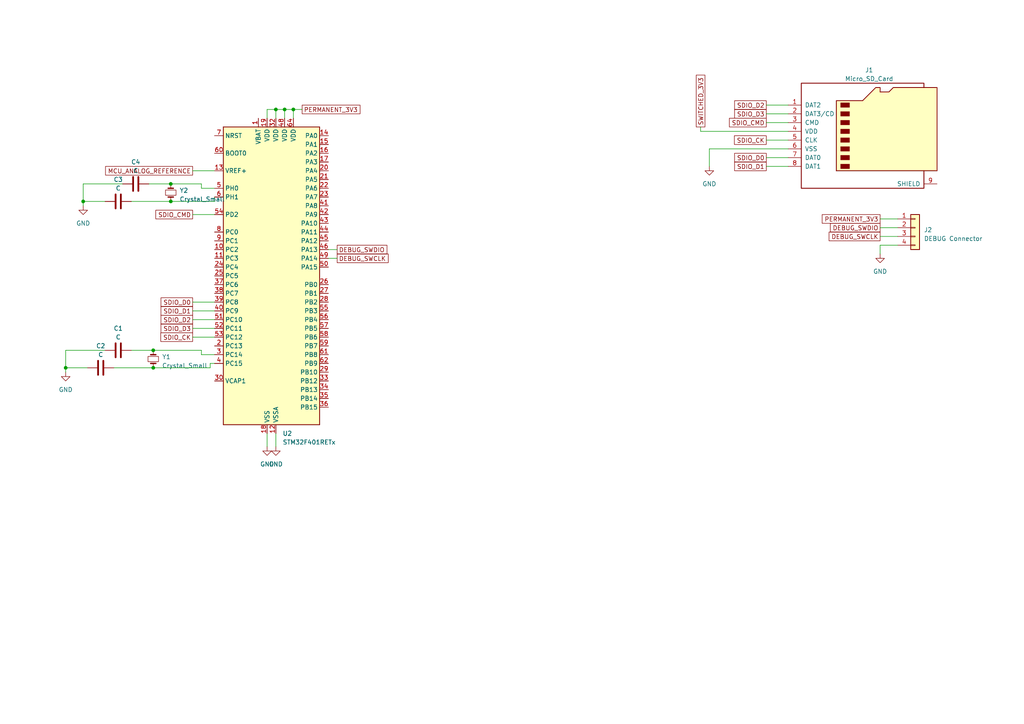
<source format=kicad_sch>
(kicad_sch (version 20230121) (generator eeschema)
  (paper "A4")
  (lib_symbols
    (symbol "Connector:Micro_SD_Card" (pin_names (offset 1.016))
      (property "Reference" "J" (at -16.51 15.24 0))
      (property "Value" "Micro_SD_Card" (at 16.51 15.24 0))
      (symbol "Micro_SD_Card_0_1"
        (rectangle (start -7.62 -9.525) (end -5.08 -10.795) (fill (type outline)))
        (rectangle (start -7.62 -6.985) (end -5.08 -8.255) (fill (type outline)))
        (rectangle (start -7.62 -4.445) (end -5.08 -5.715) (fill (type outline)))
        (rectangle (start -7.62 -1.905) (end -5.08 -3.175) (fill (type outline)))
        (rectangle (start -7.62 0.635) (end -5.08 -0.635) (fill (type outline)))
        (rectangle (start -7.62 3.175) (end -5.08 1.905) (fill (type outline)))
        (rectangle (start -7.62 5.715) (end -5.08 4.445) (fill (type outline)))
        (rectangle (start -7.62 8.255) (end -5.08 6.985) (fill (type outline)))
        (polyline (pts (xy 16.51 12.7) (xy 16.51 13.97) (xy -19.05 13.97) (xy -19.05 -16.51) (xy 16.51 -16.51) (xy 16.51 -11.43)) (stroke (width 0.254)))
        (polyline (pts (xy -8.89 -11.43) (xy -8.89 8.89) (xy -1.27 8.89) (xy 2.54 12.7) (xy 3.81 12.7) (xy 3.81 11.43) (xy 6.35 11.43) (xy 7.62 12.7) (xy 20.32 12.7) (xy 20.32 -11.43) (xy -8.89 -11.43)) (stroke (width 0.254)) (fill (type background)))
      )
      (symbol "Micro_SD_Card_1_1"
        (pin bidirectional line (at -22.86 7.62 0) (length 3.81) (name "DAT2") (number "1"))
        (pin bidirectional line (at -22.86 5.08 0) (length 3.81) (name "DAT3/CD") (number "2"))
        (pin input line (at -22.86 2.54 0) (length 3.81) (name "CMD") (number "3"))
        (pin power_in line (at -22.86 0 0) (length 3.81) (name "VDD") (number "4"))
        (pin input line (at -22.86 -2.54 0) (length 3.81) (name "CLK") (number "5"))
        (pin power_in line (at -22.86 -5.08 0) (length 3.81) (name "VSS") (number "6"))
        (pin bidirectional line (at -22.86 -7.62 0) (length 3.81) (name "DAT0") (number "7"))
        (pin bidirectional line (at -22.86 -10.16 0) (length 3.81) (name "DAT1") (number "8"))
        (pin passive line (at 20.32 -15.24 180) (length 3.81) (name "SHIELD") (number "9"))
      )
    )
    (symbol "Connector_Generic:Conn_01x04" (pin_names (offset 1.016) hide)
      (property "Reference" "J" (at 0 5.08 0))
      (property "Value" "Conn_01x04" (at 0 -7.62 0))
      (symbol "Conn_01x04_1_1"
        (rectangle (start -1.27 -4.953) (end 0 -5.207) (stroke (width 0.1524)))
        (rectangle (start -1.27 -2.413) (end 0 -2.667) (stroke (width 0.1524)))
        (rectangle (start -1.27 0.127) (end 0 -0.127) (stroke (width 0.1524)))
        (rectangle (start -1.27 2.667) (end 0 2.413) (stroke (width 0.1524)))
        (rectangle (start -1.27 3.81) (end 1.27 -6.35) (stroke (width 0.254)) (fill (type background)))
        (pin passive line (at -5.08 2.54 0) (length 3.81) (name "Pin_1") (number "1"))
        (pin passive line (at -5.08 0 0) (length 3.81) (name "Pin_2") (number "2"))
        (pin passive line (at -5.08 -2.54 0) (length 3.81) (name "Pin_3") (number "3"))
        (pin passive line (at -5.08 -5.08 0) (length 3.81) (name "Pin_4") (number "4"))
      )
    )
    (symbol "Device:C" (pin_numbers hide) (pin_names (offset 0.254))
      (property "Reference" "C" (at 0.635 2.54 0))
      (property "Value" "C" (at 0.635 -2.54 0))
      (symbol "C_0_1"
        (polyline (pts (xy -2.032 -0.762) (xy 2.032 -0.762)) (stroke (width 0.508)))
        (polyline (pts (xy -2.032 0.762) (xy 2.032 0.762)) (stroke (width 0.508)))
      )
      (symbol "C_1_1"
        (pin passive line (at 0 3.81 270) (length 2.794) (name "~") (number "1"))
        (pin passive line (at 0 -3.81 90) (length 2.794) (name "~") (number "2"))
      )
    )
    (symbol "Device:Crystal_Small" (pin_numbers hide) (pin_names (offset 1.016) hide)
      (property "Reference" "Y" (at 0 2.54 0))
      (property "Value" "Crystal_Small" (at 0 -2.54 0))
      (symbol "Crystal_Small_0_1"
        (rectangle (start -0.762 -1.524) (end 0.762 1.524))
        (polyline (pts (xy -1.27 -0.762) (xy -1.27 0.762)) (stroke (width 0.381)))
        (polyline (pts (xy 1.27 -0.762) (xy 1.27 0.762)) (stroke (width 0.381)))
      )
      (symbol "Crystal_Small_1_1"
        (pin passive line (at -2.54 0 0) (length 1.27) (name "1") (number "1"))
        (pin passive line (at 2.54 0 180) (length 1.27) (name "2") (number "2"))
      )
    )
    (symbol "MCU_ST_STM32F4:STM32F401RETx"
      (property "Reference" "U" (at -12.7 44.45 0))
      (property "Value" "STM32F401RETx" (at 10.16 44.45 0))
      (symbol "STM32F401RETx_0_1"
        (rectangle (start -12.7 -43.18) (end 15.24 43.18) (stroke (width 0.254)) (fill (type background)))
      )
      (symbol "STM32F401RETx_1_1"
        (pin power_in line (at -2.54 45.72 270) (length 2.54) (name "VBAT") (number "1"))
        (pin bidirectional line (at -15.24 7.62 0) (length 2.54) (name "PC2") (number "10"))
        (pin bidirectional line (at -15.24 5.08 0) (length 2.54) (name "PC3") (number "11"))
        (pin power_in line (at 2.54 -45.72 90) (length 2.54) (name "VSSA") (number "12"))
        (pin input line (at -15.24 30.48 0) (length 2.54) (name "VREF+") (number "13"))
        (pin bidirectional line (at 17.78 40.64 180) (length 2.54) (name "PA0") (number "14"))
        (pin bidirectional line (at 17.78 38.1 180) (length 2.54) (name "PA1") (number "15"))
        (pin bidirectional line (at 17.78 35.56 180) (length 2.54) (name "PA2") (number "16"))
        (pin bidirectional line (at 17.78 33.02 180) (length 2.54) (name "PA3") (number "17"))
        (pin power_in line (at 0 -45.72 90) (length 2.54) (name "VSS") (number "18"))
        (pin power_in line (at 0 45.72 270) (length 2.54) (name "VDD") (number "19"))
        (pin bidirectional line (at -15.24 -20.32 0) (length 2.54) (name "PC13") (number "2"))
        (pin bidirectional line (at 17.78 30.48 180) (length 2.54) (name "PA4") (number "20"))
        (pin bidirectional line (at 17.78 27.94 180) (length 2.54) (name "PA5") (number "21"))
        (pin bidirectional line (at 17.78 25.4 180) (length 2.54) (name "PA6") (number "22"))
        (pin bidirectional line (at 17.78 22.86 180) (length 2.54) (name "PA7") (number "23"))
        (pin bidirectional line (at -15.24 2.54 0) (length 2.54) (name "PC4") (number "24"))
        (pin bidirectional line (at -15.24 0 0) (length 2.54) (name "PC5") (number "25"))
        (pin bidirectional line (at 17.78 -2.54 180) (length 2.54) (name "PB0") (number "26"))
        (pin bidirectional line (at 17.78 -5.08 180) (length 2.54) (name "PB1") (number "27"))
        (pin bidirectional line (at 17.78 -7.62 180) (length 2.54) (name "PB2") (number "28"))
        (pin bidirectional line (at 17.78 -27.94 180) (length 2.54) (name "PB10") (number "29"))
        (pin bidirectional line (at -15.24 -22.86 0) (length 2.54) (name "PC14") (number "3"))
        (pin power_out line (at -15.24 -30.48 0) (length 2.54) (name "VCAP1") (number "30"))
        (pin passive line (at 0 -45.72 90) (length 2.54) hide (name "VSS") (number "31"))
        (pin power_in line (at 2.54 45.72 270) (length 2.54) (name "VDD") (number "32"))
        (pin bidirectional line (at 17.78 -30.48 180) (length 2.54) (name "PB12") (number "33"))
        (pin bidirectional line (at 17.78 -33.02 180) (length 2.54) (name "PB13") (number "34"))
        (pin bidirectional line (at 17.78 -35.56 180) (length 2.54) (name "PB14") (number "35"))
        (pin bidirectional line (at 17.78 -38.1 180) (length 2.54) (name "PB15") (number "36"))
        (pin bidirectional line (at -15.24 -2.54 0) (length 2.54) (name "PC6") (number "37"))
        (pin bidirectional line (at -15.24 -5.08 0) (length 2.54) (name "PC7") (number "38"))
        (pin bidirectional line (at -15.24 -7.62 0) (length 2.54) (name "PC8") (number "39"))
        (pin bidirectional line (at -15.24 -25.4 0) (length 2.54) (name "PC15") (number "4"))
        (pin bidirectional line (at -15.24 -10.16 0) (length 2.54) (name "PC9") (number "40"))
        (pin bidirectional line (at 17.78 20.32 180) (length 2.54) (name "PA8") (number "41"))
        (pin bidirectional line (at 17.78 17.78 180) (length 2.54) (name "PA9") (number "42"))
        (pin bidirectional line (at 17.78 15.24 180) (length 2.54) (name "PA10") (number "43"))
        (pin bidirectional line (at 17.78 12.7 180) (length 2.54) (name "PA11") (number "44"))
        (pin bidirectional line (at 17.78 10.16 180) (length 2.54) (name "PA12") (number "45"))
        (pin bidirectional line (at 17.78 7.62 180) (length 2.54) (name "PA13") (number "46"))
        (pin passive line (at 0 -45.72 90) (length 2.54) hide (name "VSS") (number "47"))
        (pin power_in line (at 5.08 45.72 270) (length 2.54) (name "VDD") (number "48"))
        (pin bidirectional line (at 17.78 5.08 180) (length 2.54) (name "PA14") (number "49"))
        (pin bidirectional line (at -15.24 25.4 0) (length 2.54) (name "PH0") (number "5"))
        (pin bidirectional line (at 17.78 2.54 180) (length 2.54) (name "PA15") (number "50"))
        (pin bidirectional line (at -15.24 -12.7 0) (length 2.54) (name "PC10") (number "51"))
        (pin bidirectional line (at -15.24 -15.24 0) (length 2.54) (name "PC11") (number "52"))
        (pin bidirectional line (at -15.24 -17.78 0) (length 2.54) (name "PC12") (number "53"))
        (pin bidirectional line (at -15.24 17.78 0) (length 2.54) (name "PD2") (number "54"))
        (pin bidirectional line (at 17.78 -10.16 180) (length 2.54) (name "PB3") (number "55"))
        (pin bidirectional line (at 17.78 -12.7 180) (length 2.54) (name "PB4") (number "56"))
        (pin bidirectional line (at 17.78 -15.24 180) (length 2.54) (name "PB5") (number "57"))
        (pin bidirectional line (at 17.78 -17.78 180) (length 2.54) (name "PB6") (number "58"))
        (pin bidirectional line (at 17.78 -20.32 180) (length 2.54) (name "PB7") (number "59"))
        (pin bidirectional line (at -15.24 22.86 0) (length 2.54) (name "PH1") (number "6"))
        (pin input line (at -15.24 35.56 0) (length 2.54) (name "BOOT0") (number "60"))
        (pin bidirectional line (at 17.78 -22.86 180) (length 2.54) (name "PB8") (number "61"))
        (pin bidirectional line (at 17.78 -25.4 180) (length 2.54) (name "PB9") (number "62"))
        (pin passive line (at 0 -45.72 90) (length 2.54) hide (name "VSS") (number "63"))
        (pin power_in line (at 7.62 45.72 270) (length 2.54) (name "VDD") (number "64"))
        (pin input line (at -15.24 40.64 0) (length 2.54) (name "NRST") (number "7"))
        (pin bidirectional line (at -15.24 12.7 0) (length 2.54) (name "PC0") (number "8"))
        (pin bidirectional line (at -15.24 10.16 0) (length 2.54) (name "PC1") (number "9"))
      )
    )
    (symbol "power:GND" (power) (pin_names (offset 0))
      (property "Value" "GND" (at 0 -3.81 0))
      (symbol "GND_0_1"
        (polyline (pts (xy 0 0) (xy 0 -1.27) (xy 1.27 -1.27) (xy 0 -2.54) (xy -1.27 -1.27) (xy 0 -1.27)))
      )
      (symbol "GND_1_1"
        (pin power_in line (at 0 0 270) (length 0) hide (name "GND") (number "1"))
      )
    )
  )
  (junction (at 24.13 58.42))
  (junction (at 44.45 106.68))
  (junction (at 44.45 101.6))
  (junction (at 49.53 58.42))
  (junction (at 80.01 31.75))
  (junction (at 82.55 31.75))
  (junction (at 49.53 53.34))
  (junction (at 85.09 31.75))
  (junction (at 19.05 106.68))
  (wire (pts (xy 80.01 31.75) (xy 82.55 31.75)))
  (wire (pts (xy 44.45 101.6) (xy 58.42 101.6)))
  (wire (pts (xy 30.48 101.6) (xy 19.05 101.6)))
  (wire (pts (xy 95.25 72.39) (xy 97.79 72.39)))
  (wire (pts (xy 24.13 58.42) (xy 30.48 58.42)))
  (wire (pts (xy 38.1 101.6) (xy 44.45 101.6)))
  (wire (pts (xy 255.27 66.04) (xy 260.35 66.04)))
  (wire (pts (xy 222.25 35.56) (xy 228.6 35.56)))
  (wire (pts (xy 55.88 97.79) (xy 62.23 97.79)))
  (wire (pts (xy 58.42 54.61) (xy 58.42 53.34)))
  (wire (pts (xy 55.88 95.25) (xy 62.23 95.25)))
  (wire (pts (xy 222.25 33.02) (xy 228.6 33.02)))
  (wire (pts (xy 222.25 48.26) (xy 228.6 48.26)))
  (wire (pts (xy 82.55 31.75) (xy 82.55 34.29)))
  (wire (pts (xy 35.56 53.34) (xy 24.13 53.34)))
  (wire (pts (xy 205.74 43.18) (xy 205.74 48.26)))
  (wire (pts (xy 80.01 31.75) (xy 77.47 31.75)))
  (wire (pts (xy 260.35 71.12) (xy 255.27 71.12)))
  (wire (pts (xy 19.05 106.68) (xy 19.05 107.95)))
  (wire (pts (xy 58.42 101.6) (xy 58.42 102.87)))
  (wire (pts (xy 24.13 58.42) (xy 24.13 59.69)))
  (wire (pts (xy 222.25 30.48) (xy 228.6 30.48)))
  (wire (pts (xy 85.09 31.75) (xy 85.09 34.29)))
  (wire (pts (xy 58.42 102.87) (xy 62.23 102.87)))
  (wire (pts (xy 55.88 90.17) (xy 62.23 90.17)))
  (wire (pts (xy 49.53 53.34) (xy 58.42 53.34)))
  (wire (pts (xy 62.23 54.61) (xy 58.42 54.61)))
  (wire (pts (xy 228.6 43.18) (xy 205.74 43.18)))
  (wire (pts (xy 38.1 58.42) (xy 49.53 58.42)))
  (wire (pts (xy 203.2 36.83) (xy 203.2 38.1)))
  (wire (pts (xy 255.27 71.12) (xy 255.27 73.66)))
  (wire (pts (xy 80.01 125.73) (xy 80.01 129.54)))
  (wire (pts (xy 77.47 31.75) (xy 77.47 34.29)))
  (wire (pts (xy 55.88 87.63) (xy 62.23 87.63)))
  (wire (pts (xy 19.05 106.68) (xy 25.4 106.68)))
  (wire (pts (xy 49.53 58.42) (xy 62.23 58.42)))
  (wire (pts (xy 255.27 63.5) (xy 260.35 63.5)))
  (wire (pts (xy 33.02 106.68) (xy 44.45 106.68)))
  (wire (pts (xy 60.96 105.41) (xy 60.96 106.68)))
  (wire (pts (xy 55.88 49.53) (xy 62.23 49.53)))
  (wire (pts (xy 222.25 40.64) (xy 228.6 40.64)))
  (wire (pts (xy 55.88 92.71) (xy 62.23 92.71)))
  (wire (pts (xy 43.18 53.34) (xy 49.53 53.34)))
  (wire (pts (xy 255.27 68.58) (xy 260.35 68.58)))
  (wire (pts (xy 77.47 125.73) (xy 77.47 129.54)))
  (wire (pts (xy 62.23 105.41) (xy 60.96 105.41)))
  (wire (pts (xy 87.63 31.75) (xy 85.09 31.75)))
  (wire (pts (xy 80.01 31.75) (xy 80.01 34.29)))
  (wire (pts (xy 24.13 53.34) (xy 24.13 58.42)))
  (wire (pts (xy 62.23 58.42) (xy 62.23 57.15)))
  (wire (pts (xy 95.25 74.93) (xy 97.79 74.93)))
  (wire (pts (xy 82.55 31.75) (xy 85.09 31.75)))
  (wire (pts (xy 60.96 106.68) (xy 44.45 106.68)))
  (wire (pts (xy 55.88 62.23) (xy 62.23 62.23)))
  (wire (pts (xy 19.05 101.6) (xy 19.05 106.68)))
  (wire (pts (xy 203.2 38.1) (xy 228.6 38.1)))
  (wire (pts (xy 222.25 45.72) (xy 228.6 45.72)))
  (global_label "SDIO_D1" (shape passive) (at 222.25 48.26 180) (property "Intersheetrefs" "${INTERSHEET_REFS}" (effects hide)))
  (global_label "DEBUG_SWDIO" (shape passive) (at 255.27 66.04 180) (property "Intersheetrefs" "${INTERSHEET_REFS}" (effects hide)))
  (global_label "SDIO_CMD" (shape passive) (at 222.25 35.56 180) (property "Intersheetrefs" "${INTERSHEET_REFS}" (effects hide)))
  (global_label "SWITCHED_3V3" (shape passive) (at 203.2 36.83 90) (property "Intersheetrefs" "${INTERSHEET_REFS}" (effects hide)))
  (global_label "SDIO_D3" (shape passive) (at 222.25 33.02 180) (property "Intersheetrefs" "${INTERSHEET_REFS}" (effects hide)))
  (global_label "DEBUG_SWCLK" (shape passive) (at 255.27 68.58 180) (property "Intersheetrefs" "${INTERSHEET_REFS}" (effects hide)))
  (global_label "PERMANENT_3V3" (shape passive) (at 255.27 63.5 180) (property "Intersheetrefs" "${INTERSHEET_REFS}" (effects hide)))
  (global_label "SDIO_D2" (shape passive) (at 55.88 92.71 180) (property "Intersheetrefs" "${INTERSHEET_REFS}" (effects hide)))
  (global_label "MCU_ANALOG_REFERENCE" (shape passive) (at 55.88 49.53 180) (property "Intersheetrefs" "${INTERSHEET_REFS}" (effects hide)))
  (global_label "SDIO_CMD" (shape passive) (at 55.88 62.23 180) (property "Intersheetrefs" "${INTERSHEET_REFS}" (effects hide)))
  (global_label "DEBUG_SWDIO" (shape passive) (at 97.79 72.39 0) (property "Intersheetrefs" "${INTERSHEET_REFS}" (effects hide)))
  (global_label "SDIO_CK" (shape passive) (at 222.25 40.64 180) (property "Intersheetrefs" "${INTERSHEET_REFS}" (effects hide)))
  (global_label "SDIO_D1" (shape passive) (at 55.88 90.17 180) (property "Intersheetrefs" "${INTERSHEET_REFS}" (effects hide)))
  (global_label "SDIO_D2" (shape passive) (at 222.25 30.48 180) (property "Intersheetrefs" "${INTERSHEET_REFS}" (effects hide)))
  (global_label "SDIO_D3" (shape passive) (at 55.88 95.25 180) (property "Intersheetrefs" "${INTERSHEET_REFS}" (effects hide)))
  (global_label "SDIO_CK" (shape passive) (at 55.88 97.79 180) (property "Intersheetrefs" "${INTERSHEET_REFS}" (effects hide)))
  (global_label "SDIO_D0" (shape passive) (at 222.25 45.72 180) (property "Intersheetrefs" "${INTERSHEET_REFS}" (effects hide)))
  (global_label "SDIO_D0" (shape passive) (at 55.88 87.63 180) (property "Intersheetrefs" "${INTERSHEET_REFS}" (effects hide)))
  (global_label "DEBUG_SWCLK" (shape passive) (at 97.79 74.93 0) (property "Intersheetrefs" "${INTERSHEET_REFS}" (effects hide)))
  (global_label "PERMANENT_3V3" (shape passive) (at 87.63 31.75 0) (property "Intersheetrefs" "${INTERSHEET_REFS}" (effects hide)))
  (symbol (lib_id "power:GND") (at 255.27 73.66 0) (unit 1)
    (property "Reference" "#PWR04" (effects hide))
    (property "Value" "GND" (at 255.27 78.74 0))
  )
  (symbol (lib_id "Connector:Micro_SD_Card") (at 251.46 38.1 0) (unit 1)
    (property "Reference" "J1" (at 252.095 20.32 0))
    (property "Value" "Micro_SD_Card" (at 252.095 22.86 0))
    (property "Footprint" "Connector_Card:microSD_HC_Molex_47219-2001" (effects hide))
    (property "Datasheet" "http://katalog.we-online.de/em/datasheet/693072010801.pdf" (effects hide))
  )
  (symbol (lib_id "Device:C") (at 39.37 53.34 270) (unit 1)
    (property "Reference" "C4" (at 39.37 46.99 90))
    (property "Value" "C" (at 39.37 49.53 90))
    (property "Footprint" "Capacitor_SMD:C_0201_0603Metric_Pad0.64x0.40mm_HandSolder" (effects hide))
  )
  (symbol (lib_id "Device:C") (at 34.29 58.42 270) (unit 1)
    (property "Reference" "C3" (at 34.29 52.07 90))
    (property "Value" "C" (at 34.29 54.61 90))
    (property "Footprint" "Capacitor_SMD:C_0201_0603Metric_Pad0.64x0.40mm_HandSolder" (effects hide))
  )
  (symbol (lib_id "power:GND") (at 24.13 59.69 0) (unit 1)
    (property "Reference" "#PWR06" (effects hide))
    (property "Value" "GND" (at 24.13 64.77 0))
  )
  (symbol (lib_id "power:GND") (at 205.74 48.26 0) (unit 1)
    (property "Reference" "#PWR07" (effects hide))
    (property "Value" "GND" (at 205.74 53.34 0))
  )
  (symbol (lib_id "MCU_ST_STM32F4:STM32F401RETx") (at 77.47 80.01 0) (unit 1)
    (property "Reference" "U2" (at 81.9659 125.73 0) (effects (justify left)))
    (property "Value" "STM32F401RETx" (at 81.9659 128.27 0) (effects (justify left)))
    (property "Footprint" "Package_QFP:LQFP-64_10x10mm_P0.5mm" (effects hide))
    (property "Datasheet" "https://www.st.com/resource/en/datasheet/stm32f401re.pdf" (effects hide))
  )
  (symbol (lib_id "power:GND") (at 80.01 129.54 0) (unit 1)
    (property "Reference" "#PWR03" (effects hide))
    (property "Value" "GND" (at 80.01 134.62 0))
  )
  (symbol (lib_id "power:GND") (at 19.05 107.95 0) (unit 1)
    (property "Reference" "#PWR05" (effects hide))
    (property "Value" "GND" (at 19.05 113.03 0))
  )
  (symbol (lib_id "Connector_Generic:Conn_01x04") (at 265.43 66.04 0) (unit 1)
    (property "Reference" "J2" (at 267.97 66.675 0) (effects (justify left)))
    (property "Value" "DEBUG Connector" (at 267.97 69.215 0) (effects (justify left)))
    (property "Footprint" "Connector_PinHeader_2.54mm:PinHeader_1x04_P2.54mm_Vertical" (effects hide))
  )
  (symbol (lib_id "Device:Crystal_Small") (at 44.45 104.14 90) (unit 1)
    (property "Reference" "Y1" (at 46.99 103.505 90) (effects (justify right)))
    (property "Value" "Crystal_Small" (at 46.99 106.045 90) (effects (justify right)))
    (property "Footprint" "Crystal:Crystal_SMD_5032-4Pin_5.0x3.2mm" (effects hide))
  )
  (symbol (lib_id "Device:Crystal_Small") (at 49.53 55.88 90) (unit 1)
    (property "Reference" "Y2" (at 52.07 55.245 90) (effects (justify right)))
    (property "Value" "Crystal_Small" (at 52.07 57.785 90) (effects (justify right)))
    (property "Footprint" "Crystal:Crystal_C38-LF_D3.0mm_L8.0mm_Horizontal_1EP_style1" (effects hide))
    (property "Datasheet" "https://www.hestore.hu/prod_10025521.html" (effects hide))
  )
  (symbol (lib_id "power:GND") (at 77.47 129.54 0) (unit 1)
    (property "Reference" "#PWR02" (effects hide))
    (property "Value" "GND" (at 77.47 134.62 0))
  )
  (symbol (lib_id "Device:C") (at 34.29 101.6 270) (unit 1)
    (property "Reference" "C1" (at 34.29 95.25 90))
    (property "Value" "C" (at 34.29 97.79 90))
    (property "Footprint" "Capacitor_SMD:C_0201_0603Metric_Pad0.64x0.40mm_HandSolder" (effects hide))
  )
  (symbol (lib_id "Device:C") (at 29.21 106.68 270) (unit 1)
    (property "Reference" "C2" (at 29.21 100.33 90))
    (property "Value" "C" (at 29.21 102.87 90))
    (property "Footprint" "Capacitor_SMD:C_0201_0603Metric_Pad0.64x0.40mm_HandSolder" (effects hide))
  )
)
</source>
